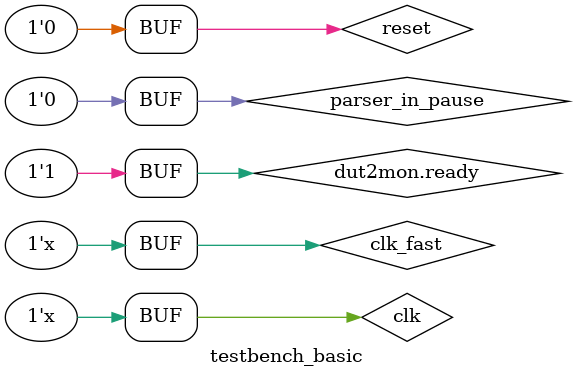
<source format=sv>
`timescale 1ns / 1ps

module testbench_basic;

   parameter DATA_WIDTH = 512; // must be a multiple of 64
   parameter MAX_HEADER_SIZE = 10;
   parameter PCAP_FILENAME = "out.pcap";
   parameter NUM_NOC_VC = 2;
   parameter NOC_RADIX = 16;
   
   
   logic clk;
   logic clk_fast;
   logic reset;
   
   logic [$clog2(NUM_NOC_VC)-1:0] vc_id;
   logic [$clog2(NOC_RADIX)-1:0]  noc_dst;
      
   
   // generate clock
   initial clk = 1'b1;
   always #6400 clk = ~clk; // 156.25 MHz clock

   initial clk_fast = 1'b1;
   always #800 clk_fast = ~clk_fast; // MULT_FACTOR = 8
         
   initial begin
      reset = 1'b0;
      #50;
      reset = 1'b1;
      #20000;
      reset = 1'b0;
   end

   assign parser_in_pause = reset;
   
   avalonST #(.WIDTH(DATA_WIDTH)) pcap2dut ();
   avalonST #(.WIDTH(DATA_WIDTH)) dut2mon ();
   
   pcapreader512 #(.PCAP_FILENAME(PCAP_FILENAME)) pcapreader (.clk(clk),
							     .o_finished(finished),
							     .out(pcap2dut));

               
   txr_to_noc_basic #(.DATA_WIDTH(DATA_WIDTH),
		      .NUM_VC(NUM_NOC_VC),
		      .NOC_RADIX(NOC_RADIX)) dut (.clk(clk),
						  .reset(reset),
						  .in(pcap2dut),
						  .out(dut2mon),
						  .o_vc_id(vc_id),
						  .o_noc_dst(noc_dst));
   
   assign dut2mon.ready = 1'b1;
   
   int pkt_sent_r, pkt_sent_next;
   int pkt_rec_r, pkt_rec_next;

   always_ff @(posedge clk) pkt_sent_r <= (reset) ? 'b0 : pkt_sent_next;
   always_ff @(posedge clk) pkt_rec_r <= (reset) ? 'b0 : pkt_rec_next;

   always_comb begin
      
      pkt_sent_next = pkt_sent_r;
      pkt_rec_next = pkt_rec_r;

      if (pcap2dut.valid && pcap2dut.sop) pkt_sent_next = pkt_sent_r + 1;
      if (dut2mon.valid && 
	  dut2mon.sop && 
	  !dut2mon.data[DATA_WIDTH-1])   
	pkt_rec_next  = pkt_rec_r + 1;
      
   end

   always_ff @(posedge clk) begin
      
      if (dut2mon.valid) $display("SOP: %b, EOP: %b, Empty: %d, Data: %h, NoC_dst: %d",dut2mon.sop,dut2mon.eop,dut2mon.empty,dut2mon.data,noc_dst);
      
      //if ((pkt_rec_r == pkt_sent_r) && finished && dut2mon.eop) $finish;
      
   end
           						      
endmodule
   

</source>
